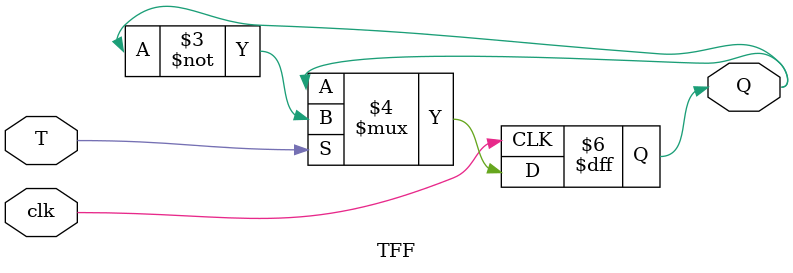
<source format=sv>
module TFF(input T, clk, output reg Q);
always_ff @(posedge clk)
    if (T ==1)
        Q <= ~ Q;
endmodule

</source>
